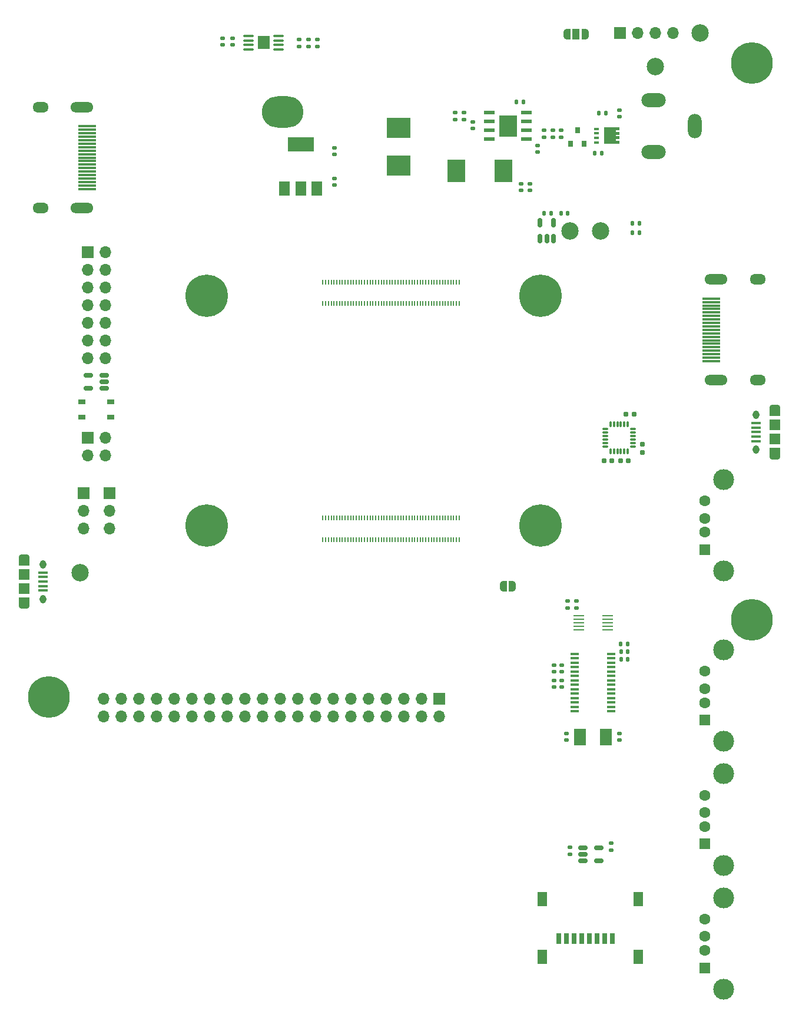
<source format=gbr>
%TF.GenerationSoftware,KiCad,Pcbnew,(6.0.0-0)*%
%TF.CreationDate,2022-04-14T20:44:02-04:00*%
%TF.ProjectId,SIL-CM4,53494c2d-434d-4342-9e6b-696361645f70,rev?*%
%TF.SameCoordinates,Original*%
%TF.FileFunction,Soldermask,Top*%
%TF.FilePolarity,Negative*%
%FSLAX46Y46*%
G04 Gerber Fmt 4.6, Leading zero omitted, Abs format (unit mm)*
G04 Created by KiCad (PCBNEW (6.0.0-0)) date 2022-04-14 20:44:02*
%MOMM*%
%LPD*%
G01*
G04 APERTURE LIST*
G04 Aperture macros list*
%AMRoundRect*
0 Rectangle with rounded corners*
0 $1 Rounding radius*
0 $2 $3 $4 $5 $6 $7 $8 $9 X,Y pos of 4 corners*
0 Add a 4 corners polygon primitive as box body*
4,1,4,$2,$3,$4,$5,$6,$7,$8,$9,$2,$3,0*
0 Add four circle primitives for the rounded corners*
1,1,$1+$1,$2,$3*
1,1,$1+$1,$4,$5*
1,1,$1+$1,$6,$7*
1,1,$1+$1,$8,$9*
0 Add four rect primitives between the rounded corners*
20,1,$1+$1,$2,$3,$4,$5,0*
20,1,$1+$1,$4,$5,$6,$7,0*
20,1,$1+$1,$6,$7,$8,$9,0*
20,1,$1+$1,$8,$9,$2,$3,0*%
%AMFreePoly0*
4,1,17,1.395000,0.765000,0.855000,0.765000,0.855000,0.535000,1.395000,0.535000,1.395000,0.115000,0.855000,0.115000,0.855000,-0.115000,1.395000,-0.115000,1.395000,-0.535000,0.855000,-0.535000,0.855000,-0.765000,1.395000,-0.765000,1.395000,-1.185000,-0.855000,-1.185000,-0.855000,1.185000,1.395000,1.185000,1.395000,0.765000,1.395000,0.765000,$1*%
%AMFreePoly1*
4,1,22,0.550000,-0.750000,0.000000,-0.750000,0.000000,-0.745033,-0.079941,-0.743568,-0.215256,-0.701293,-0.333266,-0.622738,-0.424486,-0.514219,-0.481581,-0.384460,-0.499164,-0.250000,-0.500000,-0.250000,-0.500000,0.250000,-0.499164,0.250000,-0.499963,0.256109,-0.478152,0.396186,-0.417904,0.524511,-0.324060,0.630769,-0.204165,0.706417,-0.067858,0.745374,0.000000,0.744959,0.000000,0.750000,
0.550000,0.750000,0.550000,-0.750000,0.550000,-0.750000,$1*%
%AMFreePoly2*
4,1,20,0.000000,0.744959,0.073905,0.744508,0.209726,0.703889,0.328688,0.626782,0.421226,0.519385,0.479903,0.390333,0.500000,0.250000,0.500000,-0.250000,0.499851,-0.262216,0.476331,-0.402017,0.414519,-0.529596,0.319384,-0.634700,0.198574,-0.708877,0.061801,-0.746166,0.000000,-0.745033,0.000000,-0.750000,-0.550000,-0.750000,-0.550000,0.750000,0.000000,0.750000,0.000000,0.744959,
0.000000,0.744959,$1*%
%AMFreePoly3*
4,1,22,0.500000,-0.750000,0.000000,-0.750000,0.000000,-0.745033,-0.079941,-0.743568,-0.215256,-0.701293,-0.333266,-0.622738,-0.424486,-0.514219,-0.481581,-0.384460,-0.499164,-0.250000,-0.500000,-0.250000,-0.500000,0.250000,-0.499164,0.250000,-0.499963,0.256109,-0.478152,0.396186,-0.417904,0.524511,-0.324060,0.630769,-0.204165,0.706417,-0.067858,0.745374,0.000000,0.744959,0.000000,0.750000,
0.500000,0.750000,0.500000,-0.750000,0.500000,-0.750000,$1*%
%AMFreePoly4*
4,1,20,0.000000,0.744959,0.073905,0.744508,0.209726,0.703889,0.328688,0.626782,0.421226,0.519385,0.479903,0.390333,0.500000,0.250000,0.500000,-0.250000,0.499851,-0.262216,0.476331,-0.402017,0.414519,-0.529596,0.319384,-0.634700,0.198574,-0.708877,0.061801,-0.746166,0.000000,-0.745033,0.000000,-0.750000,-0.500000,-0.750000,-0.500000,0.750000,0.000000,0.750000,0.000000,0.744959,
0.000000,0.744959,$1*%
G04 Aperture macros list end*
%ADD10RoundRect,0.100000X0.625000X0.100000X-0.625000X0.100000X-0.625000X-0.100000X0.625000X-0.100000X0*%
%ADD11R,1.680000X1.880000*%
%ADD12RoundRect,0.135000X0.185000X-0.135000X0.185000X0.135000X-0.185000X0.135000X-0.185000X-0.135000X0*%
%ADD13RoundRect,0.140000X0.170000X-0.140000X0.170000X0.140000X-0.170000X0.140000X-0.170000X-0.140000X0*%
%ADD14RoundRect,0.140000X-0.170000X0.140000X-0.170000X-0.140000X0.170000X-0.140000X0.170000X0.140000X0*%
%ADD15R,1.500000X1.600000*%
%ADD16C,1.600000*%
%ADD17C,3.000000*%
%ADD18R,0.700000X0.420000*%
%ADD19FreePoly0,0.000000*%
%ADD20C,2.500000*%
%ADD21R,1.500000X2.000000*%
%ADD22R,3.800000X2.000000*%
%ADD23R,1.700000X1.700000*%
%ADD24O,1.700000X1.700000*%
%ADD25RoundRect,0.150000X0.150000X-0.512500X0.150000X0.512500X-0.150000X0.512500X-0.150000X-0.512500X0*%
%ADD26RoundRect,0.135000X0.135000X0.185000X-0.135000X0.185000X-0.135000X-0.185000X0.135000X-0.185000X0*%
%ADD27RoundRect,0.135000X-0.135000X-0.185000X0.135000X-0.185000X0.135000X0.185000X-0.135000X0.185000X0*%
%ADD28R,0.800000X1.500000*%
%ADD29R,1.450000X2.000000*%
%ADD30RoundRect,0.140000X-0.140000X-0.170000X0.140000X-0.170000X0.140000X0.170000X-0.140000X0.170000X0*%
%ADD31R,1.050000X0.650000*%
%ADD32FreePoly1,0.000000*%
%ADD33R,1.000000X1.500000*%
%ADD34FreePoly2,0.000000*%
%ADD35R,0.800000X0.900000*%
%ADD36R,1.700000X2.400000*%
%ADD37R,1.350000X0.400000*%
%ADD38O,1.550000X0.890000*%
%ADD39R,1.550000X1.200000*%
%ADD40O,0.950000X1.250000*%
%ADD41R,1.550000X1.500000*%
%ADD42RoundRect,0.147500X-0.147500X-0.172500X0.147500X-0.172500X0.147500X0.172500X-0.147500X0.172500X0*%
%ADD43R,2.600000X3.100000*%
%ADD44R,1.550000X0.600000*%
%ADD45RoundRect,0.135000X-0.185000X0.135000X-0.185000X-0.135000X0.185000X-0.135000X0.185000X0.135000X0*%
%ADD46C,6.000000*%
%ADD47C,0.800000*%
%ADD48C,6.100000*%
%ADD49R,0.200000X0.700000*%
%ADD50RoundRect,0.155000X0.155000X-0.212500X0.155000X0.212500X-0.155000X0.212500X-0.155000X-0.212500X0*%
%ADD51R,2.600000X0.300000*%
%ADD52O,3.300000X1.500000*%
%ADD53O,2.300000X1.500000*%
%ADD54RoundRect,0.075000X-0.350000X-0.075000X0.350000X-0.075000X0.350000X0.075000X-0.350000X0.075000X0*%
%ADD55RoundRect,0.075000X0.075000X-0.350000X0.075000X0.350000X-0.075000X0.350000X-0.075000X-0.350000X0*%
%ADD56O,6.000000X4.500000*%
%ADD57RoundRect,0.155000X0.212500X0.155000X-0.212500X0.155000X-0.212500X-0.155000X0.212500X-0.155000X0*%
%ADD58RoundRect,0.155000X-0.212500X-0.155000X0.212500X-0.155000X0.212500X0.155000X-0.212500X0.155000X0*%
%ADD59R,3.500000X2.950000*%
%ADD60R,1.200000X0.400000*%
%ADD61R,1.498600X0.279400*%
%ADD62RoundRect,1.000000X0.000000X-0.750000X0.000000X-0.750000X0.000000X0.750000X0.000000X0.750000X0*%
%ADD63RoundRect,1.000000X-0.750000X0.000000X-0.750000X0.000000X0.750000X0.000000X0.750000X0.000000X0*%
%ADD64RoundRect,0.150000X-0.512500X-0.150000X0.512500X-0.150000X0.512500X0.150000X-0.512500X0.150000X0*%
%ADD65RoundRect,0.140000X0.140000X0.170000X-0.140000X0.170000X-0.140000X-0.170000X0.140000X-0.170000X0*%
%ADD66RoundRect,0.150000X0.512500X0.150000X-0.512500X0.150000X-0.512500X-0.150000X0.512500X-0.150000X0*%
%ADD67FreePoly3,0.000000*%
%ADD68FreePoly4,0.000000*%
%ADD69R,2.500000X3.300000*%
G04 APERTURE END LIST*
D10*
%TO.C,U7*%
X64220000Y-21235000D03*
X64220000Y-20585000D03*
X64220000Y-19935000D03*
X64220000Y-19285000D03*
X59920000Y-19285000D03*
X59920000Y-19935000D03*
X59920000Y-20585000D03*
X59920000Y-21235000D03*
D11*
X62070000Y-20260000D03*
%TD*%
D12*
%TO.C,R6*%
X69800000Y-20810000D03*
X69800000Y-19790000D03*
%TD*%
D13*
%TO.C,C29*%
X56200000Y-20580000D03*
X56200000Y-19620000D03*
%TD*%
D14*
%TO.C,C28*%
X57600000Y-19620000D03*
X57600000Y-20580000D03*
%TD*%
%TO.C,C25*%
X67200000Y-19820000D03*
X67200000Y-20780000D03*
%TD*%
D13*
%TO.C,C24*%
X68500000Y-19820000D03*
X68500000Y-20780000D03*
%TD*%
D15*
%TO.C,J13*%
X125490000Y-93100000D03*
D16*
X125490000Y-90600000D03*
X125490000Y-88600000D03*
X125490000Y-86100000D03*
D17*
X128200000Y-96170000D03*
X128200000Y-83030000D03*
%TD*%
D18*
%TO.C,Q1*%
X109900000Y-32625000D03*
X109900000Y-33275000D03*
X109900000Y-33925000D03*
X109900000Y-34575000D03*
D19*
X111855000Y-33600000D03*
%TD*%
D20*
%TO.C,TP4*%
X110500000Y-47300000D03*
%TD*%
D21*
%TO.C,U1*%
X65100000Y-41200000D03*
X67400000Y-41200000D03*
D22*
X67400000Y-34900000D03*
D21*
X69700000Y-41200000D03*
%TD*%
D14*
%TO.C,C5*%
X72300000Y-35370000D03*
X72300000Y-36330000D03*
%TD*%
%TO.C,C11*%
X101500000Y-35030000D03*
X101500000Y-35990000D03*
%TD*%
D15*
%TO.C,J16*%
X125490000Y-135400000D03*
D16*
X125490000Y-132900000D03*
X125490000Y-130900000D03*
X125490000Y-128400000D03*
D17*
X128200000Y-125330000D03*
X128200000Y-138470000D03*
%TD*%
D13*
%TO.C,C4*%
X72300000Y-40730000D03*
X72300000Y-39770000D03*
%TD*%
D23*
%TO.C,J4*%
X36200000Y-85000000D03*
D24*
X36200000Y-87540000D03*
X36200000Y-90080000D03*
%TD*%
D25*
%TO.C,U8*%
X101850000Y-48437500D03*
X102800000Y-48437500D03*
X103750000Y-48437500D03*
X103750000Y-46162500D03*
X101850000Y-46162500D03*
%TD*%
D14*
%TO.C,C10*%
X92200000Y-31630000D03*
X92200000Y-32590000D03*
%TD*%
D23*
%TO.C,J11*%
X36800000Y-50400000D03*
D24*
X39340000Y-50400000D03*
X36800000Y-52940000D03*
X39340000Y-52940000D03*
X36800000Y-55480000D03*
X39340000Y-55480000D03*
X36800000Y-58020000D03*
X39340000Y-58020000D03*
X36800000Y-60560000D03*
X39340000Y-60560000D03*
X36800000Y-63100000D03*
X39340000Y-63100000D03*
X36800000Y-65640000D03*
X39340000Y-65640000D03*
%TD*%
D26*
%TO.C,R3*%
X99410000Y-28810000D03*
X98390000Y-28810000D03*
%TD*%
D27*
%TO.C,R5*%
X115090000Y-47600000D03*
X116110000Y-47600000D03*
%TD*%
D28*
%TO.C,J14*%
X112250000Y-149017500D03*
X111150000Y-149017500D03*
X110050000Y-149017500D03*
X108950000Y-149017500D03*
X107850000Y-149017500D03*
X106750000Y-149017500D03*
X105650000Y-149017500D03*
X104550000Y-149017500D03*
D29*
X102175000Y-143317500D03*
X115925000Y-151617500D03*
X102175000Y-151617500D03*
X115925000Y-143317500D03*
%TD*%
D30*
%TO.C,C3*%
X110320000Y-30400000D03*
X111280000Y-30400000D03*
%TD*%
D31*
%TO.C,SW1*%
X40075000Y-74025000D03*
X35925000Y-74025000D03*
X40075000Y-71875000D03*
X35925000Y-71875000D03*
%TD*%
D32*
%TO.C,JP1*%
X105700000Y-19042500D03*
D33*
X107000000Y-19042500D03*
D34*
X108300000Y-19042500D03*
%TD*%
D35*
%TO.C,D1*%
X108150000Y-34800000D03*
X107200000Y-32800000D03*
X106250000Y-34800000D03*
%TD*%
D30*
%TO.C,C17*%
X113465000Y-107800000D03*
X114425000Y-107800000D03*
%TD*%
D20*
%TO.C,TP3*%
X118400000Y-23700000D03*
%TD*%
D36*
%TO.C,Y1*%
X107575000Y-120000000D03*
X111275000Y-120000000D03*
%TD*%
D26*
%TO.C,R13*%
X103420000Y-44800000D03*
X102400000Y-44800000D03*
%TD*%
D13*
%TO.C,C13*%
X112050000Y-136280000D03*
X112050000Y-135320000D03*
%TD*%
D37*
%TO.C,J9*%
X30385000Y-96400000D03*
X30385000Y-97050000D03*
X30385000Y-97700000D03*
X30385000Y-98350000D03*
X30385000Y-99000000D03*
D38*
X27685000Y-94200000D03*
D39*
X27685000Y-94800000D03*
D40*
X30385000Y-95200000D03*
D39*
X27685000Y-100600000D03*
D41*
X27685000Y-98700000D03*
X27685000Y-96700000D03*
D38*
X27685000Y-101200000D03*
D40*
X30385000Y-100200000D03*
%TD*%
D13*
%TO.C,C12*%
X105600000Y-120480000D03*
X105600000Y-119520000D03*
%TD*%
D15*
%TO.C,J15*%
X125490000Y-117600000D03*
D16*
X125490000Y-115100000D03*
X125490000Y-113100000D03*
X125490000Y-110600000D03*
D17*
X128200000Y-120670000D03*
X128200000Y-107530000D03*
%TD*%
D15*
%TO.C,J17*%
X125490000Y-153200000D03*
D16*
X125490000Y-150700000D03*
X125490000Y-148700000D03*
X125490000Y-146200000D03*
D17*
X128200000Y-156270000D03*
X128200000Y-143130000D03*
%TD*%
D14*
%TO.C,C21*%
X113250000Y-119520000D03*
X113250000Y-120480000D03*
%TD*%
D13*
%TO.C,C1*%
X113200000Y-30880000D03*
X113200000Y-29920000D03*
%TD*%
%TO.C,C14*%
X104925000Y-112880000D03*
X104925000Y-111920000D03*
%TD*%
D42*
%TO.C,D4*%
X104825000Y-44800000D03*
X105795000Y-44800000D03*
%TD*%
D14*
%TO.C,C8*%
X99100000Y-40530000D03*
X99100000Y-41490000D03*
%TD*%
D23*
%TO.C,J1*%
X113300000Y-18900000D03*
D24*
X115840000Y-18900000D03*
X118380000Y-18900000D03*
X120920000Y-18900000D03*
%TD*%
D43*
%TO.C,U2*%
X97200000Y-32210000D03*
D44*
X99900000Y-34115000D03*
X99900000Y-32845000D03*
X99900000Y-31575000D03*
X99900000Y-30305000D03*
X94500000Y-30305000D03*
X94500000Y-31575000D03*
X94500000Y-32845000D03*
X94500000Y-34115000D03*
%TD*%
D45*
%TO.C,R18*%
X107075000Y-100500000D03*
X107075000Y-101520000D03*
%TD*%
D14*
%TO.C,C18*%
X103825000Y-111920000D03*
X103825000Y-112880000D03*
%TD*%
%TO.C,C7*%
X102400000Y-32850000D03*
X102400000Y-33810000D03*
%TD*%
D12*
%TO.C,R19*%
X105775000Y-101520000D03*
X105775000Y-100500000D03*
%TD*%
D20*
%TO.C,TP1*%
X35700000Y-96400000D03*
%TD*%
%TO.C,TP2*%
X124800000Y-18900000D03*
%TD*%
D46*
%TO.C,H4*%
X132300000Y-103200000D03*
D47*
X133890990Y-101609010D03*
X132300000Y-105450000D03*
X134550000Y-103200000D03*
X133890990Y-104790990D03*
X130050000Y-103200000D03*
X130709010Y-104790990D03*
X130709010Y-101609010D03*
X132300000Y-100950000D03*
%TD*%
D48*
%TO.C,Module1*%
X101900000Y-89650000D03*
X101900000Y-56650000D03*
X53900000Y-89650000D03*
X53900000Y-56650000D03*
D49*
X70600000Y-91650000D03*
X70600000Y-88570000D03*
X71000000Y-91650000D03*
X71000000Y-88570000D03*
X71400000Y-91650000D03*
X71400000Y-88570000D03*
X71800000Y-91650000D03*
X71800000Y-88570000D03*
X72200000Y-91650000D03*
X72200000Y-88570000D03*
X72600000Y-91650000D03*
X72600000Y-88570000D03*
X73000000Y-91650000D03*
X73000000Y-88570000D03*
X73400000Y-91650000D03*
X73400000Y-88570000D03*
X73800000Y-91650000D03*
X73800000Y-88570000D03*
X74200000Y-91650000D03*
X74200000Y-88570000D03*
X74600000Y-91650000D03*
X74600000Y-88570000D03*
X75000000Y-91650000D03*
X75000000Y-88570000D03*
X75400000Y-91650000D03*
X75400000Y-88570000D03*
X75800000Y-91650000D03*
X75800000Y-88570000D03*
X76200000Y-91650000D03*
X76200000Y-88570000D03*
X76600000Y-91650000D03*
X76600000Y-88570000D03*
X77000000Y-91650000D03*
X77000000Y-88570000D03*
X77400000Y-91650000D03*
X77400000Y-88570000D03*
X77800000Y-91650000D03*
X77800000Y-88570000D03*
X78200000Y-91650000D03*
X78200000Y-88570000D03*
X78600000Y-91650000D03*
X78600000Y-88570000D03*
X79000000Y-91650000D03*
X79000000Y-88570000D03*
X79400000Y-91650000D03*
X79400000Y-88570000D03*
X79800000Y-91650000D03*
X79800000Y-88570000D03*
X80200000Y-91650000D03*
X80200000Y-88570000D03*
X80600000Y-91650000D03*
X80600000Y-88570000D03*
X81000000Y-91650000D03*
X81000000Y-88570000D03*
X81400000Y-91650000D03*
X81400000Y-88570000D03*
X81800000Y-91650000D03*
X81800000Y-88570000D03*
X82200000Y-91650000D03*
X82200000Y-88570000D03*
X82600000Y-91650000D03*
X82600000Y-88570000D03*
X83000000Y-91650000D03*
X83000000Y-88570000D03*
X83400000Y-91650000D03*
X83400000Y-88570000D03*
X83800000Y-91650000D03*
X83800000Y-88570000D03*
X84200000Y-91650000D03*
X84200000Y-88570000D03*
X84600000Y-91650000D03*
X84600000Y-88570000D03*
X85000000Y-91650000D03*
X85000000Y-88570000D03*
X85400000Y-91650000D03*
X85400000Y-88570000D03*
X85800000Y-91650000D03*
X85800000Y-88570000D03*
X86200000Y-91650000D03*
X86200000Y-88570000D03*
X86600000Y-91650000D03*
X86600000Y-88570000D03*
X87000000Y-91650000D03*
X87000000Y-88570000D03*
X87400000Y-91650000D03*
X87400000Y-88570000D03*
X87800000Y-91650000D03*
X87800000Y-88570000D03*
X88200000Y-91650000D03*
X88200000Y-88570000D03*
X88600000Y-91650000D03*
X88600000Y-88570000D03*
X89000000Y-91650000D03*
X89000000Y-88570000D03*
X89400000Y-91650000D03*
X89400000Y-88570000D03*
X89800000Y-91650000D03*
X89800000Y-88570000D03*
X90200000Y-91650000D03*
X90200000Y-88570000D03*
X70600000Y-57730000D03*
X70600000Y-54650000D03*
X71000000Y-57730000D03*
X71000000Y-54650000D03*
X71400000Y-57730000D03*
X71400000Y-54650000D03*
X71800000Y-57730000D03*
X71800000Y-54650000D03*
X72200000Y-57730000D03*
X72200000Y-54650000D03*
X72600000Y-57730000D03*
X72600000Y-54650000D03*
X73000000Y-57730000D03*
X73000000Y-54650000D03*
X73400000Y-57730000D03*
X73400000Y-54650000D03*
X73800000Y-57730000D03*
X73800000Y-54650000D03*
X74200000Y-57730000D03*
X74200000Y-54650000D03*
X74600000Y-57730000D03*
X74600000Y-54650000D03*
X75000000Y-57730000D03*
X75000000Y-54650000D03*
X75400000Y-57730000D03*
X75400000Y-54650000D03*
X75800000Y-57730000D03*
X75800000Y-54650000D03*
X76200000Y-57730000D03*
X76200000Y-54650000D03*
X76600000Y-57730000D03*
X76600000Y-54650000D03*
X77000000Y-57730000D03*
X77000000Y-54650000D03*
X77400000Y-57730000D03*
X77400000Y-54650000D03*
X77800000Y-57730000D03*
X77800000Y-54650000D03*
X78200000Y-57730000D03*
X78200000Y-54650000D03*
X78600000Y-57730000D03*
X78600000Y-54650000D03*
X79000000Y-57730000D03*
X79000000Y-54650000D03*
X79400000Y-57730000D03*
X79400000Y-54650000D03*
X79800000Y-57730000D03*
X79800000Y-54650000D03*
X80200000Y-57730000D03*
X80200000Y-54650000D03*
X80600000Y-57730000D03*
X80600000Y-54650000D03*
X81000000Y-57730000D03*
X81000000Y-54650000D03*
X81400000Y-57730000D03*
X81400000Y-54650000D03*
X81800000Y-57730000D03*
X81800000Y-54650000D03*
X82200000Y-57730000D03*
X82200000Y-54650000D03*
X82600000Y-57730000D03*
X82600000Y-54650000D03*
X83000000Y-57730000D03*
X83000000Y-54650000D03*
X83400000Y-57730000D03*
X83400000Y-54650000D03*
X83800000Y-57730000D03*
X83800000Y-54650000D03*
X84200000Y-57730000D03*
X84200000Y-54650000D03*
X84600000Y-57730000D03*
X84600000Y-54650000D03*
X85000000Y-57730000D03*
X85000000Y-54650000D03*
X85400000Y-57730000D03*
X85400000Y-54650000D03*
X85800000Y-57730000D03*
X85800000Y-54650000D03*
X86200000Y-57730000D03*
X86200000Y-54650000D03*
X86600000Y-57730000D03*
X86600000Y-54650000D03*
X87000000Y-57730000D03*
X87000000Y-54650000D03*
X87400000Y-57730000D03*
X87400000Y-54650000D03*
X87800000Y-57730000D03*
X87800000Y-54650000D03*
X88200000Y-57730000D03*
X88200000Y-54650000D03*
X88600000Y-57730000D03*
X88600000Y-54650000D03*
X89000000Y-57730000D03*
X89000000Y-54650000D03*
X89400000Y-57730000D03*
X89400000Y-54650000D03*
X89800000Y-57730000D03*
X89800000Y-54650000D03*
X90200000Y-57730000D03*
X90200000Y-54650000D03*
%TD*%
D50*
%TO.C,C22*%
X116550000Y-79135000D03*
X116550000Y-78000000D03*
%TD*%
D12*
%TO.C,R8*%
X106150000Y-136910000D03*
X106150000Y-135890000D03*
%TD*%
%TO.C,R2*%
X89600000Y-31320000D03*
X89600000Y-30300000D03*
%TD*%
D51*
%TO.C,J7*%
X36686750Y-41275000D03*
X36686750Y-40775000D03*
X36686750Y-40275000D03*
X36686750Y-39775000D03*
X36686750Y-39275000D03*
X36686750Y-38775000D03*
X36686750Y-38275000D03*
X36686750Y-37775000D03*
X36686750Y-37275000D03*
X36686750Y-36775000D03*
X36686750Y-36275000D03*
X36686750Y-35775000D03*
X36686750Y-35275000D03*
X36686750Y-34775000D03*
X36686750Y-34275000D03*
X36686750Y-33775000D03*
X36686750Y-33275000D03*
X36686750Y-32775000D03*
X36686750Y-32275000D03*
D52*
X35956750Y-44025000D03*
X35956750Y-29525000D03*
D53*
X29996750Y-29525000D03*
X29996750Y-44025000D03*
%TD*%
D54*
%TO.C,U14*%
X111250000Y-75767500D03*
X111250000Y-76267500D03*
X111250000Y-76767500D03*
X111250000Y-77267500D03*
X111250000Y-77767500D03*
X111250000Y-78267500D03*
D55*
X111950000Y-78967500D03*
X112450000Y-78967500D03*
X112950000Y-78967500D03*
X113450000Y-78967500D03*
X113950000Y-78967500D03*
X114450000Y-78967500D03*
D54*
X115150000Y-78267500D03*
X115150000Y-77767500D03*
X115150000Y-77267500D03*
X115150000Y-76767500D03*
X115150000Y-76267500D03*
X115150000Y-75767500D03*
D55*
X114450000Y-75067500D03*
X113950000Y-75067500D03*
X113450000Y-75067500D03*
X112950000Y-75067500D03*
X112450000Y-75067500D03*
X111950000Y-75067500D03*
%TD*%
D56*
%TO.C,H3*%
X64800000Y-30200000D03*
%TD*%
D57*
%TO.C,C23*%
X112150000Y-80367500D03*
X111015000Y-80367500D03*
%TD*%
D58*
%TO.C,C27*%
X113415000Y-80367500D03*
X114550000Y-80367500D03*
%TD*%
D23*
%TO.C,J6*%
X36825000Y-77050000D03*
D24*
X39365000Y-77050000D03*
X36825000Y-79590000D03*
X39365000Y-79590000D03*
%TD*%
D59*
%TO.C,L1*%
X81500000Y-37925000D03*
X81500000Y-32475000D03*
%TD*%
D14*
%TO.C,C19*%
X103825000Y-109720000D03*
X103825000Y-110680000D03*
%TD*%
D23*
%TO.C,J3*%
X39900000Y-85000000D03*
D24*
X39900000Y-87540000D03*
X39900000Y-90080000D03*
%TD*%
D60*
%TO.C,U3*%
X112025000Y-116327500D03*
X112025000Y-115692500D03*
X112025000Y-115057500D03*
X112025000Y-114422500D03*
X112025000Y-113787500D03*
X112025000Y-113152500D03*
X112025000Y-112517500D03*
X112025000Y-111882500D03*
X112025000Y-111247500D03*
X112025000Y-110612500D03*
X112025000Y-109977500D03*
X112025000Y-109342500D03*
X112025000Y-108707500D03*
X112025000Y-108072500D03*
X106825000Y-108072500D03*
X106825000Y-108707500D03*
X106825000Y-109342500D03*
X106825000Y-109977500D03*
X106825000Y-110612500D03*
X106825000Y-111247500D03*
X106825000Y-111882500D03*
X106825000Y-112517500D03*
X106825000Y-113152500D03*
X106825000Y-113787500D03*
X106825000Y-114422500D03*
X106825000Y-115057500D03*
X106825000Y-115692500D03*
X106825000Y-116327500D03*
%TD*%
D61*
%TO.C,U6*%
X107417600Y-102609400D03*
X107417600Y-103092000D03*
X107417600Y-103600000D03*
X107417600Y-104108000D03*
X107417600Y-104590600D03*
X111532400Y-104590600D03*
X111532400Y-104108000D03*
X111532400Y-103600000D03*
X111532400Y-103092000D03*
X111532400Y-102609400D03*
%TD*%
D47*
%TO.C,H2*%
X132300000Y-25450000D03*
X130709010Y-24790990D03*
X133890990Y-21609010D03*
X130050000Y-23200000D03*
D46*
X132300000Y-23200000D03*
D47*
X132300000Y-20950000D03*
X133890990Y-24790990D03*
X130709010Y-21609010D03*
X134550000Y-23200000D03*
%TD*%
D51*
%TO.C,J8*%
X126413250Y-57025000D03*
X126413250Y-57525000D03*
X126413250Y-58025000D03*
X126413250Y-58525000D03*
X126413250Y-59025000D03*
X126413250Y-59525000D03*
X126413250Y-60025000D03*
X126413250Y-60525000D03*
X126413250Y-61025000D03*
X126413250Y-61525000D03*
X126413250Y-62025000D03*
X126413250Y-62525000D03*
X126413250Y-63025000D03*
X126413250Y-63525000D03*
X126413250Y-64025000D03*
X126413250Y-64525000D03*
X126413250Y-65025000D03*
X126413250Y-65525000D03*
X126413250Y-66025000D03*
D52*
X127143250Y-54275000D03*
X127143250Y-68775000D03*
D53*
X133103250Y-68775000D03*
X133103250Y-54275000D03*
%TD*%
D62*
%TO.C,J2*%
X124037500Y-32250000D03*
D63*
X118137500Y-28550000D03*
X118137500Y-35950000D03*
%TD*%
D13*
%TO.C,C16*%
X104925000Y-110680000D03*
X104925000Y-109720000D03*
%TD*%
D37*
%TO.C,J5*%
X132900000Y-77500000D03*
X132900000Y-76850000D03*
X132900000Y-76200000D03*
X132900000Y-75550000D03*
X132900000Y-74900000D03*
D41*
X135600000Y-77200000D03*
D39*
X135600000Y-79100000D03*
D38*
X135600000Y-79700000D03*
D40*
X132900000Y-78700000D03*
D39*
X135600000Y-73300000D03*
D41*
X135600000Y-75200000D03*
D38*
X135600000Y-72700000D03*
D40*
X132900000Y-73700000D03*
%TD*%
D23*
%TO.C,J10*%
X87300000Y-114500000D03*
D24*
X87300000Y-117040000D03*
X84760000Y-114500000D03*
X84760000Y-117040000D03*
X82220000Y-114500000D03*
X82220000Y-117040000D03*
X79680000Y-114500000D03*
X79680000Y-117040000D03*
X77140000Y-114500000D03*
X77140000Y-117040000D03*
X74600000Y-114500000D03*
X74600000Y-117040000D03*
X72060000Y-114500000D03*
X72060000Y-117040000D03*
X69520000Y-114500000D03*
X69520000Y-117040000D03*
X66980000Y-114500000D03*
X66980000Y-117040000D03*
X64440000Y-114500000D03*
X64440000Y-117040000D03*
X61900000Y-114500000D03*
X61900000Y-117040000D03*
X59360000Y-114500000D03*
X59360000Y-117040000D03*
X56820000Y-114500000D03*
X56820000Y-117040000D03*
X54280000Y-114500000D03*
X54280000Y-117040000D03*
X51740000Y-114500000D03*
X51740000Y-117040000D03*
X49200000Y-114500000D03*
X49200000Y-117040000D03*
X46660000Y-114500000D03*
X46660000Y-117040000D03*
X44120000Y-114500000D03*
X44120000Y-117040000D03*
X41580000Y-114500000D03*
X41580000Y-117040000D03*
X39040000Y-114500000D03*
X39040000Y-117040000D03*
%TD*%
D58*
%TO.C,C26*%
X114182500Y-73667500D03*
X115317500Y-73667500D03*
%TD*%
D64*
%TO.C,U5*%
X108012500Y-135950000D03*
X108012500Y-136900000D03*
X108012500Y-137850000D03*
X110287500Y-137850000D03*
X110287500Y-135950000D03*
%TD*%
D14*
%TO.C,C6*%
X103650000Y-32850000D03*
X103650000Y-33810000D03*
%TD*%
D20*
%TO.C,TP5*%
X106100000Y-47300000D03*
%TD*%
D14*
%TO.C,C2*%
X104900000Y-32850000D03*
X104900000Y-33810000D03*
%TD*%
D65*
%TO.C,C20*%
X114425000Y-108900000D03*
X113465000Y-108900000D03*
%TD*%
D27*
%TO.C,R15*%
X113435000Y-106700000D03*
X114455000Y-106700000D03*
%TD*%
D47*
%TO.C,H1*%
X32790990Y-115890990D03*
X31200000Y-112050000D03*
X29609010Y-112709010D03*
X32790990Y-112709010D03*
X33450000Y-114300000D03*
X29609010Y-115890990D03*
X28950000Y-114300000D03*
X31200000Y-116550000D03*
D46*
X31200000Y-114300000D03*
%TD*%
D45*
%TO.C,R4*%
X90900000Y-30300000D03*
X90900000Y-31320000D03*
%TD*%
D14*
%TO.C,C9*%
X100400000Y-40530000D03*
X100400000Y-41490000D03*
%TD*%
D27*
%TO.C,R1*%
X109690000Y-36100000D03*
X110710000Y-36100000D03*
%TD*%
D66*
%TO.C,U9*%
X39137500Y-69950000D03*
X39137500Y-69000000D03*
X39137500Y-68050000D03*
X36862500Y-68050000D03*
X36862500Y-69950000D03*
%TD*%
D67*
%TO.C,JP2*%
X96550000Y-98350000D03*
D68*
X97850000Y-98350000D03*
%TD*%
D69*
%TO.C,D2*%
X89800000Y-38710000D03*
X96600000Y-38710000D03*
%TD*%
D42*
%TO.C,D3*%
X115115000Y-46200000D03*
X116085000Y-46200000D03*
%TD*%
M02*

</source>
